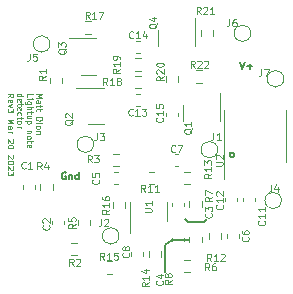
<source format=gbr>
%TF.GenerationSoftware,KiCad,Pcbnew,(6.0.1)*%
%TF.CreationDate,2023-03-20T17:12:11-07:00*%
%TF.ProjectId,NoteDetector,4e6f7465-4465-4746-9563-746f722e6b69,rev?*%
%TF.SameCoordinates,Original*%
%TF.FileFunction,Legend,Top*%
%TF.FilePolarity,Positive*%
%FSLAX46Y46*%
G04 Gerber Fmt 4.6, Leading zero omitted, Abs format (unit mm)*
G04 Created by KiCad (PCBNEW (6.0.1)) date 2023-03-20 17:12:11*
%MOMM*%
%LPD*%
G01*
G04 APERTURE LIST*
%ADD10C,0.150000*%
%ADD11C,0.100000*%
%ADD12C,0.120000*%
G04 APERTURE END LIST*
D10*
X5100000Y-6900000D02*
X4850000Y-7150000D01*
X1550000Y-9100000D02*
X1550000Y-11400000D01*
X2126384Y-8625000D02*
X3613884Y-8625000D01*
X7400000Y-1450000D02*
G75*
G03*
X7400000Y-1450000I-200000J0D01*
G01*
X2126384Y-8625000D02*
X1550000Y-9100000D01*
X4850000Y-7150000D02*
X3450000Y-7150000D01*
X3450000Y-7150000D02*
X3250000Y-6900000D01*
D11*
X-9368690Y3715952D02*
X-8868690Y3715952D01*
X-9225833Y3549285D01*
X-8868690Y3382619D01*
X-9368690Y3382619D01*
X-9368690Y2930238D02*
X-9106785Y2930238D01*
X-9059166Y2954047D01*
X-9035357Y3001666D01*
X-9035357Y3096904D01*
X-9059166Y3144523D01*
X-9344880Y2930238D02*
X-9368690Y2977857D01*
X-9368690Y3096904D01*
X-9344880Y3144523D01*
X-9297261Y3168333D01*
X-9249642Y3168333D01*
X-9202023Y3144523D01*
X-9178214Y3096904D01*
X-9178214Y2977857D01*
X-9154404Y2930238D01*
X-9035357Y2763571D02*
X-9035357Y2573095D01*
X-8868690Y2692142D02*
X-9297261Y2692142D01*
X-9344880Y2668333D01*
X-9368690Y2620714D01*
X-9368690Y2573095D01*
X-9035357Y2477857D02*
X-9035357Y2287380D01*
X-8868690Y2406428D02*
X-9297261Y2406428D01*
X-9344880Y2382619D01*
X-9368690Y2335000D01*
X-9368690Y2287380D01*
X-9368690Y1739761D02*
X-8868690Y1739761D01*
X-8868690Y1620714D01*
X-8892500Y1549285D01*
X-8940119Y1501666D01*
X-8987738Y1477857D01*
X-9082976Y1454047D01*
X-9154404Y1454047D01*
X-9249642Y1477857D01*
X-9297261Y1501666D01*
X-9344880Y1549285D01*
X-9368690Y1620714D01*
X-9368690Y1739761D01*
X-9368690Y1239761D02*
X-9035357Y1239761D01*
X-8868690Y1239761D02*
X-8892500Y1263571D01*
X-8916309Y1239761D01*
X-8892500Y1215952D01*
X-8868690Y1239761D01*
X-8916309Y1239761D01*
X-9368690Y930238D02*
X-9344880Y977857D01*
X-9321071Y1001666D01*
X-9273452Y1025476D01*
X-9130595Y1025476D01*
X-9082976Y1001666D01*
X-9059166Y977857D01*
X-9035357Y930238D01*
X-9035357Y858809D01*
X-9059166Y811190D01*
X-9082976Y787380D01*
X-9130595Y763571D01*
X-9273452Y763571D01*
X-9321071Y787380D01*
X-9344880Y811190D01*
X-9368690Y858809D01*
X-9368690Y930238D01*
X-9035357Y549285D02*
X-9368690Y549285D01*
X-9082976Y549285D02*
X-9059166Y525476D01*
X-9035357Y477857D01*
X-9035357Y406428D01*
X-9059166Y358809D01*
X-9106785Y335000D01*
X-9368690Y335000D01*
X-10173690Y3477857D02*
X-10173690Y3715952D01*
X-9673690Y3715952D01*
X-10173690Y3311190D02*
X-9840357Y3311190D01*
X-9673690Y3311190D02*
X-9697500Y3335000D01*
X-9721309Y3311190D01*
X-9697500Y3287380D01*
X-9673690Y3311190D01*
X-9721309Y3311190D01*
X-9840357Y2858809D02*
X-10245119Y2858809D01*
X-10292738Y2882619D01*
X-10316547Y2906428D01*
X-10340357Y2954047D01*
X-10340357Y3025476D01*
X-10316547Y3073095D01*
X-10149880Y2858809D02*
X-10173690Y2906428D01*
X-10173690Y3001666D01*
X-10149880Y3049285D01*
X-10126071Y3073095D01*
X-10078452Y3096904D01*
X-9935595Y3096904D01*
X-9887976Y3073095D01*
X-9864166Y3049285D01*
X-9840357Y3001666D01*
X-9840357Y2906428D01*
X-9864166Y2858809D01*
X-10173690Y2620714D02*
X-9673690Y2620714D01*
X-10173690Y2406428D02*
X-9911785Y2406428D01*
X-9864166Y2430238D01*
X-9840357Y2477857D01*
X-9840357Y2549285D01*
X-9864166Y2596904D01*
X-9887976Y2620714D01*
X-9840357Y2239761D02*
X-9840357Y2049285D01*
X-9673690Y2168333D02*
X-10102261Y2168333D01*
X-10149880Y2144523D01*
X-10173690Y2096904D01*
X-10173690Y2049285D01*
X-9840357Y1668333D02*
X-10173690Y1668333D01*
X-9840357Y1882619D02*
X-10102261Y1882619D01*
X-10149880Y1858809D01*
X-10173690Y1811190D01*
X-10173690Y1739761D01*
X-10149880Y1692142D01*
X-10126071Y1668333D01*
X-9840357Y1430238D02*
X-10340357Y1430238D01*
X-9864166Y1430238D02*
X-9840357Y1382619D01*
X-9840357Y1287380D01*
X-9864166Y1239761D01*
X-9887976Y1215952D01*
X-9935595Y1192142D01*
X-10078452Y1192142D01*
X-10126071Y1215952D01*
X-10149880Y1239761D01*
X-10173690Y1287380D01*
X-10173690Y1382619D01*
X-10149880Y1430238D01*
X-9840357Y596904D02*
X-10173690Y596904D01*
X-9887976Y596904D02*
X-9864166Y573095D01*
X-9840357Y525476D01*
X-9840357Y454047D01*
X-9864166Y406428D01*
X-9911785Y382619D01*
X-10173690Y382619D01*
X-10173690Y73095D02*
X-10149880Y120714D01*
X-10126071Y144523D01*
X-10078452Y168333D01*
X-9935595Y168333D01*
X-9887976Y144523D01*
X-9864166Y120714D01*
X-9840357Y73095D01*
X-9840357Y1666D01*
X-9864166Y-45952D01*
X-9887976Y-69761D01*
X-9935595Y-93571D01*
X-10078452Y-93571D01*
X-10126071Y-69761D01*
X-10149880Y-45952D01*
X-10173690Y1666D01*
X-10173690Y73095D01*
X-9840357Y-236428D02*
X-9840357Y-426904D01*
X-9673690Y-307857D02*
X-10102261Y-307857D01*
X-10149880Y-331666D01*
X-10173690Y-379285D01*
X-10173690Y-426904D01*
X-10149880Y-784047D02*
X-10173690Y-736428D01*
X-10173690Y-641190D01*
X-10149880Y-593571D01*
X-10102261Y-569761D01*
X-9911785Y-569761D01*
X-9864166Y-593571D01*
X-9840357Y-641190D01*
X-9840357Y-736428D01*
X-9864166Y-784047D01*
X-9911785Y-807857D01*
X-9959404Y-807857D01*
X-10007023Y-569761D01*
X-10978690Y3501666D02*
X-10478690Y3501666D01*
X-10954880Y3501666D02*
X-10978690Y3549285D01*
X-10978690Y3644523D01*
X-10954880Y3692142D01*
X-10931071Y3715952D01*
X-10883452Y3739761D01*
X-10740595Y3739761D01*
X-10692976Y3715952D01*
X-10669166Y3692142D01*
X-10645357Y3644523D01*
X-10645357Y3549285D01*
X-10669166Y3501666D01*
X-10954880Y3073095D02*
X-10978690Y3120714D01*
X-10978690Y3215952D01*
X-10954880Y3263571D01*
X-10907261Y3287380D01*
X-10716785Y3287380D01*
X-10669166Y3263571D01*
X-10645357Y3215952D01*
X-10645357Y3120714D01*
X-10669166Y3073095D01*
X-10716785Y3049285D01*
X-10764404Y3049285D01*
X-10812023Y3287380D01*
X-10645357Y2906428D02*
X-10645357Y2715952D01*
X-10478690Y2835000D02*
X-10907261Y2835000D01*
X-10954880Y2811190D01*
X-10978690Y2763571D01*
X-10978690Y2715952D01*
X-10954880Y2358809D02*
X-10978690Y2406428D01*
X-10978690Y2501666D01*
X-10954880Y2549285D01*
X-10907261Y2573095D01*
X-10716785Y2573095D01*
X-10669166Y2549285D01*
X-10645357Y2501666D01*
X-10645357Y2406428D01*
X-10669166Y2358809D01*
X-10716785Y2335000D01*
X-10764404Y2335000D01*
X-10812023Y2573095D01*
X-10954880Y1906428D02*
X-10978690Y1954047D01*
X-10978690Y2049285D01*
X-10954880Y2096904D01*
X-10931071Y2120714D01*
X-10883452Y2144523D01*
X-10740595Y2144523D01*
X-10692976Y2120714D01*
X-10669166Y2096904D01*
X-10645357Y2049285D01*
X-10645357Y1954047D01*
X-10669166Y1906428D01*
X-10645357Y1763571D02*
X-10645357Y1573095D01*
X-10478690Y1692142D02*
X-10907261Y1692142D01*
X-10954880Y1668333D01*
X-10978690Y1620714D01*
X-10978690Y1573095D01*
X-10978690Y1335000D02*
X-10954880Y1382619D01*
X-10931071Y1406428D01*
X-10883452Y1430238D01*
X-10740595Y1430238D01*
X-10692976Y1406428D01*
X-10669166Y1382619D01*
X-10645357Y1335000D01*
X-10645357Y1263571D01*
X-10669166Y1215952D01*
X-10692976Y1192142D01*
X-10740595Y1168333D01*
X-10883452Y1168333D01*
X-10931071Y1192142D01*
X-10954880Y1215952D01*
X-10978690Y1263571D01*
X-10978690Y1335000D01*
X-10978690Y954047D02*
X-10645357Y954047D01*
X-10740595Y954047D02*
X-10692976Y930238D01*
X-10669166Y906428D01*
X-10645357Y858809D01*
X-10645357Y811190D01*
X-11783690Y3430238D02*
X-11545595Y3596904D01*
X-11783690Y3715952D02*
X-11283690Y3715952D01*
X-11283690Y3525476D01*
X-11307500Y3477857D01*
X-11331309Y3454047D01*
X-11378928Y3430238D01*
X-11450357Y3430238D01*
X-11497976Y3454047D01*
X-11521785Y3477857D01*
X-11545595Y3525476D01*
X-11545595Y3715952D01*
X-11759880Y3025476D02*
X-11783690Y3073095D01*
X-11783690Y3168333D01*
X-11759880Y3215952D01*
X-11712261Y3239761D01*
X-11521785Y3239761D01*
X-11474166Y3215952D01*
X-11450357Y3168333D01*
X-11450357Y3073095D01*
X-11474166Y3025476D01*
X-11521785Y3001666D01*
X-11569404Y3001666D01*
X-11617023Y3239761D01*
X-11450357Y2835000D02*
X-11783690Y2715952D01*
X-11450357Y2596904D01*
X-11283690Y2454047D02*
X-11283690Y2144523D01*
X-11474166Y2311190D01*
X-11474166Y2239761D01*
X-11497976Y2192142D01*
X-11521785Y2168333D01*
X-11569404Y2144523D01*
X-11688452Y2144523D01*
X-11736071Y2168333D01*
X-11759880Y2192142D01*
X-11783690Y2239761D01*
X-11783690Y2382619D01*
X-11759880Y2430238D01*
X-11736071Y2454047D01*
X-11783690Y1549285D02*
X-11283690Y1549285D01*
X-11640833Y1382619D01*
X-11283690Y1215952D01*
X-11783690Y1215952D01*
X-11783690Y763571D02*
X-11521785Y763571D01*
X-11474166Y787380D01*
X-11450357Y835000D01*
X-11450357Y930238D01*
X-11474166Y977857D01*
X-11759880Y763571D02*
X-11783690Y811190D01*
X-11783690Y930238D01*
X-11759880Y977857D01*
X-11712261Y1001666D01*
X-11664642Y1001666D01*
X-11617023Y977857D01*
X-11593214Y930238D01*
X-11593214Y811190D01*
X-11569404Y763571D01*
X-11783690Y525476D02*
X-11450357Y525476D01*
X-11545595Y525476D02*
X-11497976Y501666D01*
X-11474166Y477857D01*
X-11450357Y430238D01*
X-11450357Y382619D01*
X-11331309Y-141190D02*
X-11307500Y-165000D01*
X-11283690Y-212619D01*
X-11283690Y-331666D01*
X-11307500Y-379285D01*
X-11331309Y-403095D01*
X-11378928Y-426904D01*
X-11426547Y-426904D01*
X-11497976Y-403095D01*
X-11783690Y-117380D01*
X-11783690Y-426904D01*
X-11283690Y-736428D02*
X-11283690Y-784047D01*
X-11307500Y-831666D01*
X-11331309Y-855476D01*
X-11378928Y-879285D01*
X-11474166Y-903095D01*
X-11593214Y-903095D01*
X-11688452Y-879285D01*
X-11736071Y-855476D01*
X-11759880Y-831666D01*
X-11783690Y-784047D01*
X-11783690Y-736428D01*
X-11759880Y-688809D01*
X-11736071Y-665000D01*
X-11688452Y-641190D01*
X-11593214Y-617380D01*
X-11474166Y-617380D01*
X-11378928Y-641190D01*
X-11331309Y-665000D01*
X-11307500Y-688809D01*
X-11283690Y-736428D01*
X-11331309Y-1474523D02*
X-11307500Y-1498333D01*
X-11283690Y-1545952D01*
X-11283690Y-1664999D01*
X-11307500Y-1712619D01*
X-11331309Y-1736428D01*
X-11378928Y-1760238D01*
X-11426547Y-1760238D01*
X-11497976Y-1736428D01*
X-11783690Y-1450714D01*
X-11783690Y-1760238D01*
X-11283690Y-2069761D02*
X-11283690Y-2117380D01*
X-11307500Y-2164999D01*
X-11331309Y-2188809D01*
X-11378928Y-2212619D01*
X-11474166Y-2236428D01*
X-11593214Y-2236428D01*
X-11688452Y-2212619D01*
X-11736071Y-2188809D01*
X-11759880Y-2164999D01*
X-11783690Y-2117380D01*
X-11783690Y-2069761D01*
X-11759880Y-2022142D01*
X-11736071Y-1998333D01*
X-11688452Y-1974523D01*
X-11593214Y-1950714D01*
X-11474166Y-1950714D01*
X-11378928Y-1974523D01*
X-11331309Y-1998333D01*
X-11307500Y-2022142D01*
X-11283690Y-2069761D01*
X-11331309Y-2426904D02*
X-11307500Y-2450714D01*
X-11283690Y-2498333D01*
X-11283690Y-2617380D01*
X-11307500Y-2664999D01*
X-11331309Y-2688809D01*
X-11378928Y-2712619D01*
X-11426547Y-2712619D01*
X-11497976Y-2688809D01*
X-11783690Y-2403095D01*
X-11783690Y-2712619D01*
X-11283690Y-2879285D02*
X-11283690Y-3188809D01*
X-11474166Y-3022142D01*
X-11474166Y-3093571D01*
X-11497976Y-3141190D01*
X-11521785Y-3164999D01*
X-11569404Y-3188809D01*
X-11688452Y-3188809D01*
X-11736071Y-3164999D01*
X-11759880Y-3141190D01*
X-11783690Y-3093571D01*
X-11783690Y-2950714D01*
X-11759880Y-2903095D01*
X-11736071Y-2879285D01*
D10*
X7878571Y6428571D02*
X8078571Y5828571D01*
X8278571Y6428571D01*
X8478571Y6057142D02*
X8935714Y6057142D01*
X8707142Y5828571D02*
X8707142Y6285714D01*
X-6835714Y-2950000D02*
X-6892857Y-2921428D01*
X-6978571Y-2921428D01*
X-7064285Y-2950000D01*
X-7121428Y-3007142D01*
X-7150000Y-3064285D01*
X-7178571Y-3178571D01*
X-7178571Y-3264285D01*
X-7150000Y-3378571D01*
X-7121428Y-3435714D01*
X-7064285Y-3492857D01*
X-6978571Y-3521428D01*
X-6921428Y-3521428D01*
X-6835714Y-3492857D01*
X-6807142Y-3464285D01*
X-6807142Y-3264285D01*
X-6921428Y-3264285D01*
X-6550000Y-3121428D02*
X-6550000Y-3521428D01*
X-6550000Y-3178571D02*
X-6521428Y-3150000D01*
X-6464285Y-3121428D01*
X-6378571Y-3121428D01*
X-6321428Y-3150000D01*
X-6292857Y-3207142D01*
X-6292857Y-3521428D01*
X-5750000Y-3521428D02*
X-5750000Y-2921428D01*
X-5750000Y-3492857D02*
X-5807142Y-3521428D01*
X-5921428Y-3521428D01*
X-5978571Y-3492857D01*
X-6007142Y-3464285D01*
X-6035714Y-3407142D01*
X-6035714Y-3235714D01*
X-6007142Y-3178571D01*
X-5978571Y-3150000D01*
X-5921428Y-3121428D01*
X-5807142Y-3121428D01*
X-5750000Y-3150000D01*
D11*
%TO.C,R7*%
X5521428Y-5000000D02*
X5235714Y-5200000D01*
X5521428Y-5342857D02*
X4921428Y-5342857D01*
X4921428Y-5114285D01*
X4950000Y-5057142D01*
X4978571Y-5028571D01*
X5035714Y-5000000D01*
X5121428Y-5000000D01*
X5178571Y-5028571D01*
X5207142Y-5057142D01*
X5235714Y-5114285D01*
X5235714Y-5342857D01*
X4921428Y-4800000D02*
X4921428Y-4400000D01*
X5521428Y-4657142D01*
%TO.C,C8*%
X-1535714Y-9750000D02*
X-1507142Y-9778571D01*
X-1478571Y-9864285D01*
X-1478571Y-9921428D01*
X-1507142Y-10007142D01*
X-1564285Y-10064285D01*
X-1621428Y-10092857D01*
X-1735714Y-10121428D01*
X-1821428Y-10121428D01*
X-1935714Y-10092857D01*
X-1992857Y-10064285D01*
X-2050000Y-10007142D01*
X-2078571Y-9921428D01*
X-2078571Y-9864285D01*
X-2050000Y-9778571D01*
X-2021428Y-9750000D01*
X-1821428Y-9407142D02*
X-1850000Y-9464285D01*
X-1878571Y-9492857D01*
X-1935714Y-9521428D01*
X-1964285Y-9521428D01*
X-2021428Y-9492857D01*
X-2050000Y-9464285D01*
X-2078571Y-9407142D01*
X-2078571Y-9292857D01*
X-2050000Y-9235714D01*
X-2021428Y-9207142D01*
X-1964285Y-9178571D01*
X-1935714Y-9178571D01*
X-1878571Y-9207142D01*
X-1850000Y-9235714D01*
X-1821428Y-9292857D01*
X-1821428Y-9407142D01*
X-1792857Y-9464285D01*
X-1764285Y-9492857D01*
X-1707142Y-9521428D01*
X-1592857Y-9521428D01*
X-1535714Y-9492857D01*
X-1507142Y-9464285D01*
X-1478571Y-9407142D01*
X-1478571Y-9292857D01*
X-1507142Y-9235714D01*
X-1535714Y-9207142D01*
X-1592857Y-9178571D01*
X-1707142Y-9178571D01*
X-1764285Y-9207142D01*
X-1792857Y-9235714D01*
X-1821428Y-9292857D01*
%TO.C,R11*%
X-135714Y-4571428D02*
X-335714Y-4285714D01*
X-478571Y-4571428D02*
X-478571Y-3971428D01*
X-249999Y-3971428D01*
X-192857Y-4000000D01*
X-164285Y-4028571D01*
X-135714Y-4085714D01*
X-135714Y-4171428D01*
X-164285Y-4228571D01*
X-192857Y-4257142D01*
X-249999Y-4285714D01*
X-478571Y-4285714D01*
X435714Y-4571428D02*
X92857Y-4571428D01*
X264285Y-4571428D02*
X264285Y-3971428D01*
X207142Y-4057142D01*
X150000Y-4114285D01*
X92857Y-4142857D01*
X1007142Y-4571428D02*
X664285Y-4571428D01*
X835714Y-4571428D02*
X835714Y-3971428D01*
X778571Y-4057142D01*
X721428Y-4114285D01*
X664285Y-4142857D01*
%TO.C,R20*%
X1421428Y5214285D02*
X1135714Y5014285D01*
X1421428Y4871428D02*
X821428Y4871428D01*
X821428Y5100000D01*
X850000Y5157142D01*
X878571Y5185714D01*
X935714Y5214285D01*
X1021428Y5214285D01*
X1078571Y5185714D01*
X1107142Y5157142D01*
X1135714Y5100000D01*
X1135714Y4871428D01*
X878571Y5442857D02*
X850000Y5471428D01*
X821428Y5528571D01*
X821428Y5671428D01*
X850000Y5728571D01*
X878571Y5757142D01*
X935714Y5785714D01*
X992857Y5785714D01*
X1078571Y5757142D01*
X1421428Y5414285D01*
X1421428Y5785714D01*
X821428Y6157142D02*
X821428Y6214285D01*
X850000Y6271428D01*
X878571Y6300000D01*
X935714Y6328571D01*
X1050000Y6357142D01*
X1192857Y6357142D01*
X1307142Y6328571D01*
X1364285Y6300000D01*
X1392857Y6271428D01*
X1421428Y6214285D01*
X1421428Y6157142D01*
X1392857Y6100000D01*
X1364285Y6071428D01*
X1307142Y6042857D01*
X1192857Y6014285D01*
X1050000Y6014285D01*
X935714Y6042857D01*
X878571Y6071428D01*
X850000Y6100000D01*
X821428Y6157142D01*
%TO.C,R16*%
X-3178571Y-6085714D02*
X-3464285Y-6285714D01*
X-3178571Y-6428571D02*
X-3778571Y-6428571D01*
X-3778571Y-6200000D01*
X-3750000Y-6142857D01*
X-3721428Y-6114285D01*
X-3664285Y-6085714D01*
X-3578571Y-6085714D01*
X-3521428Y-6114285D01*
X-3492857Y-6142857D01*
X-3464285Y-6200000D01*
X-3464285Y-6428571D01*
X-3178571Y-5514285D02*
X-3178571Y-5857142D01*
X-3178571Y-5685714D02*
X-3778571Y-5685714D01*
X-3692857Y-5742857D01*
X-3635714Y-5799999D01*
X-3607142Y-5857142D01*
X-3778571Y-5000000D02*
X-3778571Y-5114285D01*
X-3750000Y-5171428D01*
X-3721428Y-5200000D01*
X-3635714Y-5257142D01*
X-3521428Y-5285714D01*
X-3292857Y-5285714D01*
X-3235714Y-5257142D01*
X-3207142Y-5228571D01*
X-3178571Y-5171428D01*
X-3178571Y-5057142D01*
X-3207142Y-5000000D01*
X-3235714Y-4971428D01*
X-3292857Y-4942857D01*
X-3435714Y-4942857D01*
X-3492857Y-4971428D01*
X-3521428Y-5000000D01*
X-3550000Y-5057142D01*
X-3550000Y-5171428D01*
X-3521428Y-5228571D01*
X-3492857Y-5257142D01*
X-3435714Y-5285714D01*
%TO.C,C1*%
X-10261384Y-2564285D02*
X-10289955Y-2592857D01*
X-10375669Y-2621428D01*
X-10432812Y-2621428D01*
X-10518526Y-2592857D01*
X-10575669Y-2535714D01*
X-10604241Y-2478571D01*
X-10632812Y-2364285D01*
X-10632812Y-2278571D01*
X-10604241Y-2164285D01*
X-10575669Y-2107142D01*
X-10518526Y-2050000D01*
X-10432812Y-2021428D01*
X-10375669Y-2021428D01*
X-10289955Y-2050000D01*
X-10261384Y-2078571D01*
X-9689955Y-2621428D02*
X-10032812Y-2621428D01*
X-9861384Y-2621428D02*
X-9861384Y-2021428D01*
X-9918526Y-2107142D01*
X-9975669Y-2164285D01*
X-10032812Y-2192857D01*
%TO.C,J2*%
X-3850000Y-6871428D02*
X-3850000Y-7300000D01*
X-3878571Y-7385714D01*
X-3935714Y-7442857D01*
X-4021428Y-7471428D01*
X-4078571Y-7471428D01*
X-3592857Y-6928571D02*
X-3564285Y-6900000D01*
X-3507142Y-6871428D01*
X-3364285Y-6871428D01*
X-3307142Y-6900000D01*
X-3278571Y-6928571D01*
X-3250000Y-6985714D01*
X-3250000Y-7042857D01*
X-3278571Y-7128571D01*
X-3621428Y-7471428D01*
X-3250000Y-7471428D01*
%TO.C,C5*%
X-4085714Y-3550000D02*
X-4057142Y-3578571D01*
X-4028571Y-3664285D01*
X-4028571Y-3721428D01*
X-4057142Y-3807142D01*
X-4114285Y-3864285D01*
X-4171428Y-3892857D01*
X-4285714Y-3921428D01*
X-4371428Y-3921428D01*
X-4485714Y-3892857D01*
X-4542857Y-3864285D01*
X-4600000Y-3807142D01*
X-4628571Y-3721428D01*
X-4628571Y-3664285D01*
X-4600000Y-3578571D01*
X-4571428Y-3550000D01*
X-4628571Y-3007142D02*
X-4628571Y-3292857D01*
X-4342857Y-3321428D01*
X-4371428Y-3292857D01*
X-4400000Y-3235714D01*
X-4400000Y-3092857D01*
X-4371428Y-3035714D01*
X-4342857Y-3007142D01*
X-4285714Y-2978571D01*
X-4142857Y-2978571D01*
X-4085714Y-3007142D01*
X-4057142Y-3035714D01*
X-4028571Y-3092857D01*
X-4028571Y-3235714D01*
X-4057142Y-3292857D01*
X-4085714Y-3321428D01*
%TO.C,R12*%
X5464285Y-10421428D02*
X5264285Y-10135714D01*
X5121428Y-10421428D02*
X5121428Y-9821428D01*
X5350000Y-9821428D01*
X5407142Y-9850000D01*
X5435714Y-9878571D01*
X5464285Y-9935714D01*
X5464285Y-10021428D01*
X5435714Y-10078571D01*
X5407142Y-10107142D01*
X5350000Y-10135714D01*
X5121428Y-10135714D01*
X6035714Y-10421428D02*
X5692857Y-10421428D01*
X5864285Y-10421428D02*
X5864285Y-9821428D01*
X5807142Y-9907142D01*
X5750000Y-9964285D01*
X5692857Y-9992857D01*
X6264285Y-9878571D02*
X6292857Y-9850000D01*
X6350000Y-9821428D01*
X6492857Y-9821428D01*
X6550000Y-9850000D01*
X6578571Y-9878571D01*
X6607142Y-9935714D01*
X6607142Y-9992857D01*
X6578571Y-10078571D01*
X6235714Y-10421428D01*
X6607142Y-10421428D01*
%TO.C,J1*%
X5650000Y428571D02*
X5650000Y0D01*
X5621428Y-85714D01*
X5564285Y-142857D01*
X5478571Y-171428D01*
X5421428Y-171428D01*
X6250000Y-171428D02*
X5907142Y-171428D01*
X6078571Y-171428D02*
X6078571Y428571D01*
X6021428Y342857D01*
X5964285Y285714D01*
X5907142Y257142D01*
%TO.C,C12*%
X6414285Y-5685714D02*
X6442857Y-5714285D01*
X6471428Y-5799999D01*
X6471428Y-5857142D01*
X6442857Y-5942857D01*
X6385714Y-5999999D01*
X6328571Y-6028571D01*
X6214285Y-6057142D01*
X6128571Y-6057142D01*
X6014285Y-6028571D01*
X5957142Y-5999999D01*
X5900000Y-5942857D01*
X5871428Y-5857142D01*
X5871428Y-5799999D01*
X5900000Y-5714285D01*
X5928571Y-5685714D01*
X6471428Y-5114285D02*
X6471428Y-5457142D01*
X6471428Y-5285714D02*
X5871428Y-5285714D01*
X5957142Y-5342857D01*
X6014285Y-5400000D01*
X6042857Y-5457142D01*
X5928571Y-4885714D02*
X5900000Y-4857142D01*
X5871428Y-4800000D01*
X5871428Y-4657142D01*
X5900000Y-4600000D01*
X5928571Y-4571428D01*
X5985714Y-4542857D01*
X6042857Y-4542857D01*
X6128571Y-4571428D01*
X6471428Y-4914285D01*
X6471428Y-4542857D01*
%TO.C,R17*%
X-4835714Y10078571D02*
X-5035714Y10364285D01*
X-5178571Y10078571D02*
X-5178571Y10678571D01*
X-4950000Y10678571D01*
X-4892857Y10650000D01*
X-4864285Y10621428D01*
X-4835714Y10564285D01*
X-4835714Y10478571D01*
X-4864285Y10421428D01*
X-4892857Y10392857D01*
X-4950000Y10364285D01*
X-5178571Y10364285D01*
X-4264285Y10078571D02*
X-4607142Y10078571D01*
X-4435714Y10078571D02*
X-4435714Y10678571D01*
X-4492857Y10592857D01*
X-4550000Y10535714D01*
X-4607142Y10507142D01*
X-4064285Y10678571D02*
X-3664285Y10678571D01*
X-3921428Y10078571D01*
%TO.C,R14*%
X171428Y-12235714D02*
X-114285Y-12435714D01*
X171428Y-12578571D02*
X-428571Y-12578571D01*
X-428571Y-12350000D01*
X-400000Y-12292857D01*
X-371428Y-12264285D01*
X-314285Y-12235714D01*
X-228571Y-12235714D01*
X-171428Y-12264285D01*
X-142857Y-12292857D01*
X-114285Y-12350000D01*
X-114285Y-12578571D01*
X171428Y-11664285D02*
X171428Y-12007142D01*
X171428Y-11835714D02*
X-428571Y-11835714D01*
X-342857Y-11892857D01*
X-285714Y-11950000D01*
X-257142Y-12007142D01*
X-228571Y-11150000D02*
X171428Y-11150000D01*
X-457142Y-11292857D02*
X-28571Y-11435714D01*
X-28571Y-11064285D01*
%TO.C,C7*%
X2413616Y-1164285D02*
X2385044Y-1192857D01*
X2299330Y-1221428D01*
X2242187Y-1221428D01*
X2156473Y-1192857D01*
X2099330Y-1135714D01*
X2070758Y-1078571D01*
X2042187Y-964285D01*
X2042187Y-878571D01*
X2070758Y-764285D01*
X2099330Y-707142D01*
X2156473Y-650000D01*
X2242187Y-621428D01*
X2299330Y-621428D01*
X2385044Y-650000D01*
X2413616Y-678571D01*
X2613616Y-621428D02*
X3013616Y-621428D01*
X2756473Y-1221428D01*
%TO.C,R15*%
X-3585714Y-10321428D02*
X-3785714Y-10035714D01*
X-3928571Y-10321428D02*
X-3928571Y-9721428D01*
X-3700000Y-9721428D01*
X-3642857Y-9750000D01*
X-3614285Y-9778571D01*
X-3585714Y-9835714D01*
X-3585714Y-9921428D01*
X-3614285Y-9978571D01*
X-3642857Y-10007142D01*
X-3700000Y-10035714D01*
X-3928571Y-10035714D01*
X-3014285Y-10321428D02*
X-3357142Y-10321428D01*
X-3185714Y-10321428D02*
X-3185714Y-9721428D01*
X-3242857Y-9807142D01*
X-3300000Y-9864285D01*
X-3357142Y-9892857D01*
X-2471428Y-9721428D02*
X-2757142Y-9721428D01*
X-2785714Y-10007142D01*
X-2757142Y-9978571D01*
X-2700000Y-9950000D01*
X-2557142Y-9950000D01*
X-2500000Y-9978571D01*
X-2471428Y-10007142D01*
X-2442857Y-10064285D01*
X-2442857Y-10207142D01*
X-2471428Y-10264285D01*
X-2500000Y-10292857D01*
X-2557142Y-10321428D01*
X-2700000Y-10321428D01*
X-2757142Y-10292857D01*
X-2785714Y-10264285D01*
%TO.C,R18*%
X-3335714Y4478571D02*
X-3535714Y4764285D01*
X-3678571Y4478571D02*
X-3678571Y5078571D01*
X-3450000Y5078571D01*
X-3392857Y5050000D01*
X-3364285Y5021428D01*
X-3335714Y4964285D01*
X-3335714Y4878571D01*
X-3364285Y4821428D01*
X-3392857Y4792857D01*
X-3450000Y4764285D01*
X-3678571Y4764285D01*
X-2764285Y4478571D02*
X-3107142Y4478571D01*
X-2935714Y4478571D02*
X-2935714Y5078571D01*
X-2992857Y4992857D01*
X-3050000Y4935714D01*
X-3107142Y4907142D01*
X-2421428Y4821428D02*
X-2478571Y4850000D01*
X-2507142Y4878571D01*
X-2535714Y4935714D01*
X-2535714Y4964285D01*
X-2507142Y5021428D01*
X-2478571Y5050000D01*
X-2421428Y5078571D01*
X-2307142Y5078571D01*
X-2250000Y5050000D01*
X-2221428Y5021428D01*
X-2192857Y4964285D01*
X-2192857Y4935714D01*
X-2221428Y4878571D01*
X-2250000Y4850000D01*
X-2307142Y4821428D01*
X-2421428Y4821428D01*
X-2478571Y4792857D01*
X-2507142Y4764285D01*
X-2535714Y4707142D01*
X-2535714Y4592857D01*
X-2507142Y4535714D01*
X-2478571Y4507142D01*
X-2421428Y4478571D01*
X-2307142Y4478571D01*
X-2250000Y4507142D01*
X-2221428Y4535714D01*
X-2192857Y4592857D01*
X-2192857Y4707142D01*
X-2221428Y4764285D01*
X-2250000Y4792857D01*
X-2307142Y4821428D01*
%TO.C,C14*%
X-1135714Y8485714D02*
X-1164285Y8457142D01*
X-1250000Y8428571D01*
X-1307142Y8428571D01*
X-1392857Y8457142D01*
X-1450000Y8514285D01*
X-1478571Y8571428D01*
X-1507142Y8685714D01*
X-1507142Y8771428D01*
X-1478571Y8885714D01*
X-1450000Y8942857D01*
X-1392857Y9000000D01*
X-1307142Y9028571D01*
X-1250000Y9028571D01*
X-1164285Y9000000D01*
X-1135714Y8971428D01*
X-564285Y8428571D02*
X-907142Y8428571D01*
X-735714Y8428571D02*
X-735714Y9028571D01*
X-792857Y8942857D01*
X-850000Y8885714D01*
X-907142Y8857142D01*
X-50000Y8828571D02*
X-50000Y8428571D01*
X-192857Y9057142D02*
X-335714Y8628571D01*
X35714Y8628571D01*
%TO.C,C11*%
X9964285Y-7035714D02*
X9992857Y-7064285D01*
X10021428Y-7150000D01*
X10021428Y-7207142D01*
X9992857Y-7292857D01*
X9935714Y-7350000D01*
X9878571Y-7378571D01*
X9764285Y-7407142D01*
X9678571Y-7407142D01*
X9564285Y-7378571D01*
X9507142Y-7350000D01*
X9450000Y-7292857D01*
X9421428Y-7207142D01*
X9421428Y-7150000D01*
X9450000Y-7064285D01*
X9478571Y-7035714D01*
X10021428Y-6464285D02*
X10021428Y-6807142D01*
X10021428Y-6635714D02*
X9421428Y-6635714D01*
X9507142Y-6692857D01*
X9564285Y-6750000D01*
X9592857Y-6807142D01*
X10021428Y-5892857D02*
X10021428Y-6235714D01*
X10021428Y-6064285D02*
X9421428Y-6064285D01*
X9507142Y-6121428D01*
X9564285Y-6178571D01*
X9592857Y-6235714D01*
%TO.C,R5*%
X-6028571Y-7300000D02*
X-6314285Y-7500000D01*
X-6028571Y-7642857D02*
X-6628571Y-7642857D01*
X-6628571Y-7414285D01*
X-6600000Y-7357142D01*
X-6571428Y-7328571D01*
X-6514285Y-7300000D01*
X-6428571Y-7300000D01*
X-6371428Y-7328571D01*
X-6342857Y-7357142D01*
X-6314285Y-7414285D01*
X-6314285Y-7642857D01*
X-6628571Y-6757142D02*
X-6628571Y-7042857D01*
X-6342857Y-7071428D01*
X-6371428Y-7042857D01*
X-6400000Y-6985714D01*
X-6400000Y-6842857D01*
X-6371428Y-6785714D01*
X-6342857Y-6757142D01*
X-6285714Y-6728571D01*
X-6142857Y-6728571D01*
X-6085714Y-6757142D01*
X-6057142Y-6785714D01*
X-6028571Y-6842857D01*
X-6028571Y-6985714D01*
X-6057142Y-7042857D01*
X-6085714Y-7071428D01*
%TO.C,R22*%
X4064285Y5928571D02*
X3864285Y6214285D01*
X3721428Y5928571D02*
X3721428Y6528571D01*
X3950000Y6528571D01*
X4007142Y6500000D01*
X4035714Y6471428D01*
X4064285Y6414285D01*
X4064285Y6328571D01*
X4035714Y6271428D01*
X4007142Y6242857D01*
X3950000Y6214285D01*
X3721428Y6214285D01*
X4292857Y6471428D02*
X4321428Y6500000D01*
X4378571Y6528571D01*
X4521428Y6528571D01*
X4578571Y6500000D01*
X4607142Y6471428D01*
X4635714Y6414285D01*
X4635714Y6357142D01*
X4607142Y6271428D01*
X4264285Y5928571D01*
X4635714Y5928571D01*
X4864285Y6471428D02*
X4892857Y6500000D01*
X4950000Y6528571D01*
X5092857Y6528571D01*
X5150000Y6500000D01*
X5178571Y6471428D01*
X5207142Y6414285D01*
X5207142Y6357142D01*
X5178571Y6271428D01*
X4835714Y5928571D01*
X5207142Y5928571D01*
%TO.C,R4*%
X-8911384Y-2671428D02*
X-9111384Y-2385714D01*
X-9254241Y-2671428D02*
X-9254241Y-2071428D01*
X-9025669Y-2071428D01*
X-8968526Y-2100000D01*
X-8939955Y-2128571D01*
X-8911384Y-2185714D01*
X-8911384Y-2271428D01*
X-8939955Y-2328571D01*
X-8968526Y-2357142D01*
X-9025669Y-2385714D01*
X-9254241Y-2385714D01*
X-8397098Y-2271428D02*
X-8397098Y-2671428D01*
X-8539955Y-2042857D02*
X-8682812Y-2471428D01*
X-8311384Y-2471428D01*
%TO.C,C2*%
X-8285714Y-7400000D02*
X-8257142Y-7428571D01*
X-8228571Y-7514285D01*
X-8228571Y-7571428D01*
X-8257142Y-7657142D01*
X-8314285Y-7714285D01*
X-8371428Y-7742857D01*
X-8485714Y-7771428D01*
X-8571428Y-7771428D01*
X-8685714Y-7742857D01*
X-8742857Y-7714285D01*
X-8800000Y-7657142D01*
X-8828571Y-7571428D01*
X-8828571Y-7514285D01*
X-8800000Y-7428571D01*
X-8771428Y-7400000D01*
X-8771428Y-7171428D02*
X-8800000Y-7142857D01*
X-8828571Y-7085714D01*
X-8828571Y-6942857D01*
X-8800000Y-6885714D01*
X-8771428Y-6857142D01*
X-8714285Y-6828571D01*
X-8657142Y-6828571D01*
X-8571428Y-6857142D01*
X-8228571Y-7200000D01*
X-8228571Y-6828571D01*
%TO.C,R3*%
X-4650000Y-2071428D02*
X-4850000Y-1785714D01*
X-4992857Y-2071428D02*
X-4992857Y-1471428D01*
X-4764285Y-1471428D01*
X-4707142Y-1500000D01*
X-4678571Y-1528571D01*
X-4650000Y-1585714D01*
X-4650000Y-1671428D01*
X-4678571Y-1728571D01*
X-4707142Y-1757142D01*
X-4764285Y-1785714D01*
X-4992857Y-1785714D01*
X-4450000Y-1471428D02*
X-4078571Y-1471428D01*
X-4278571Y-1700000D01*
X-4192857Y-1700000D01*
X-4135714Y-1728571D01*
X-4107142Y-1757142D01*
X-4078571Y-1814285D01*
X-4078571Y-1957142D01*
X-4107142Y-2014285D01*
X-4135714Y-2042857D01*
X-4192857Y-2071428D01*
X-4364285Y-2071428D01*
X-4421428Y-2042857D01*
X-4450000Y-2014285D01*
%TO.C,J3*%
X-4200000Y378571D02*
X-4200000Y-50000D01*
X-4228571Y-135714D01*
X-4285714Y-192857D01*
X-4371428Y-221428D01*
X-4428571Y-221428D01*
X-3971428Y378571D02*
X-3600000Y378571D01*
X-3800000Y150000D01*
X-3714285Y150000D01*
X-3657142Y121428D01*
X-3628571Y92857D01*
X-3600000Y35714D01*
X-3600000Y-107142D01*
X-3628571Y-164285D01*
X-3657142Y-192857D01*
X-3714285Y-221428D01*
X-3885714Y-221428D01*
X-3942857Y-192857D01*
X-3971428Y-164285D01*
%TO.C,C15*%
X1314285Y1714285D02*
X1342857Y1685714D01*
X1371428Y1600000D01*
X1371428Y1542857D01*
X1342857Y1457142D01*
X1285714Y1400000D01*
X1228571Y1371428D01*
X1114285Y1342857D01*
X1028571Y1342857D01*
X914285Y1371428D01*
X857142Y1400000D01*
X800000Y1457142D01*
X771428Y1542857D01*
X771428Y1600000D01*
X800000Y1685714D01*
X828571Y1714285D01*
X1371428Y2285714D02*
X1371428Y1942857D01*
X1371428Y2114285D02*
X771428Y2114285D01*
X857142Y2057142D01*
X914285Y2000000D01*
X942857Y1942857D01*
X771428Y2828571D02*
X771428Y2542857D01*
X1057142Y2514285D01*
X1028571Y2542857D01*
X1000000Y2600000D01*
X1000000Y2742857D01*
X1028571Y2800000D01*
X1057142Y2828571D01*
X1114285Y2857142D01*
X1257142Y2857142D01*
X1314285Y2828571D01*
X1342857Y2800000D01*
X1371428Y2742857D01*
X1371428Y2600000D01*
X1342857Y2542857D01*
X1314285Y2514285D01*
%TO.C,Q4*%
X878571Y9692857D02*
X850000Y9635714D01*
X792857Y9578571D01*
X707142Y9492857D01*
X678571Y9435714D01*
X678571Y9378571D01*
X821428Y9407142D02*
X792857Y9350000D01*
X735714Y9292857D01*
X621428Y9264285D01*
X421428Y9264285D01*
X307142Y9292857D01*
X250000Y9350000D01*
X221428Y9407142D01*
X221428Y9521428D01*
X250000Y9578571D01*
X307142Y9635714D01*
X421428Y9664285D01*
X621428Y9664285D01*
X735714Y9635714D01*
X792857Y9578571D01*
X821428Y9521428D01*
X821428Y9407142D01*
X421428Y10178571D02*
X821428Y10178571D01*
X192857Y10035714D02*
X621428Y9892857D01*
X621428Y10264285D01*
%TO.C,C3*%
X5464285Y-6400000D02*
X5492857Y-6428571D01*
X5521428Y-6514285D01*
X5521428Y-6571428D01*
X5492857Y-6657142D01*
X5435714Y-6714285D01*
X5378571Y-6742857D01*
X5264285Y-6771428D01*
X5178571Y-6771428D01*
X5064285Y-6742857D01*
X5007142Y-6714285D01*
X4950000Y-6657142D01*
X4921428Y-6571428D01*
X4921428Y-6514285D01*
X4950000Y-6428571D01*
X4978571Y-6400000D01*
X4921428Y-6200000D02*
X4921428Y-5828571D01*
X5150000Y-6028571D01*
X5150000Y-5942857D01*
X5178571Y-5885714D01*
X5207142Y-5857142D01*
X5264285Y-5828571D01*
X5407142Y-5828571D01*
X5464285Y-5857142D01*
X5492857Y-5885714D01*
X5521428Y-5942857D01*
X5521428Y-6114285D01*
X5492857Y-6171428D01*
X5464285Y-6200000D01*
%TO.C,R19*%
X-2278571Y5814285D02*
X-2564285Y5614285D01*
X-2278571Y5471428D02*
X-2878571Y5471428D01*
X-2878571Y5700000D01*
X-2850000Y5757142D01*
X-2821428Y5785714D01*
X-2764285Y5814285D01*
X-2678571Y5814285D01*
X-2621428Y5785714D01*
X-2592857Y5757142D01*
X-2564285Y5700000D01*
X-2564285Y5471428D01*
X-2278571Y6385714D02*
X-2278571Y6042857D01*
X-2278571Y6214285D02*
X-2878571Y6214285D01*
X-2792857Y6157142D01*
X-2735714Y6100000D01*
X-2707142Y6042857D01*
X-2278571Y6671428D02*
X-2278571Y6785714D01*
X-2307142Y6842857D01*
X-2335714Y6871428D01*
X-2421428Y6928571D01*
X-2535714Y6957142D01*
X-2764285Y6957142D01*
X-2821428Y6928571D01*
X-2850000Y6900000D01*
X-2878571Y6842857D01*
X-2878571Y6728571D01*
X-2850000Y6671428D01*
X-2821428Y6642857D01*
X-2764285Y6614285D01*
X-2621428Y6614285D01*
X-2564285Y6642857D01*
X-2535714Y6671428D01*
X-2507142Y6728571D01*
X-2507142Y6842857D01*
X-2535714Y6900000D01*
X-2564285Y6928571D01*
X-2621428Y6957142D01*
%TO.C,R21*%
X4564285Y10478571D02*
X4364285Y10764285D01*
X4221428Y10478571D02*
X4221428Y11078571D01*
X4450000Y11078571D01*
X4507142Y11050000D01*
X4535714Y11021428D01*
X4564285Y10964285D01*
X4564285Y10878571D01*
X4535714Y10821428D01*
X4507142Y10792857D01*
X4450000Y10764285D01*
X4221428Y10764285D01*
X4792857Y11021428D02*
X4821428Y11050000D01*
X4878571Y11078571D01*
X5021428Y11078571D01*
X5078571Y11050000D01*
X5107142Y11021428D01*
X5135714Y10964285D01*
X5135714Y10907142D01*
X5107142Y10821428D01*
X4764285Y10478571D01*
X5135714Y10478571D01*
X5707142Y10478571D02*
X5364285Y10478571D01*
X5535714Y10478571D02*
X5535714Y11078571D01*
X5478571Y10992857D01*
X5421428Y10935714D01*
X5364285Y10907142D01*
%TO.C,Q3*%
X-6821428Y7542857D02*
X-6850000Y7485714D01*
X-6907142Y7428571D01*
X-6992857Y7342857D01*
X-7021428Y7285714D01*
X-7021428Y7228571D01*
X-6878571Y7257142D02*
X-6907142Y7200000D01*
X-6964285Y7142857D01*
X-7078571Y7114285D01*
X-7278571Y7114285D01*
X-7392857Y7142857D01*
X-7450000Y7200000D01*
X-7478571Y7257142D01*
X-7478571Y7371428D01*
X-7450000Y7428571D01*
X-7392857Y7485714D01*
X-7278571Y7514285D01*
X-7078571Y7514285D01*
X-6964285Y7485714D01*
X-6907142Y7428571D01*
X-6878571Y7371428D01*
X-6878571Y7257142D01*
X-7478571Y7714285D02*
X-7478571Y8085714D01*
X-7250000Y7885714D01*
X-7250000Y7971428D01*
X-7221428Y8028571D01*
X-7192857Y8057142D01*
X-7135714Y8085714D01*
X-6992857Y8085714D01*
X-6935714Y8057142D01*
X-6907142Y8028571D01*
X-6878571Y7971428D01*
X-6878571Y7800000D01*
X-6907142Y7742857D01*
X-6935714Y7714285D01*
%TO.C,U1*%
X-178571Y-6307142D02*
X307142Y-6307142D01*
X364285Y-6278571D01*
X392857Y-6250000D01*
X421428Y-6192857D01*
X421428Y-6078571D01*
X392857Y-6021428D01*
X364285Y-5992857D01*
X307142Y-5964285D01*
X-178571Y-5964285D01*
X421428Y-5364285D02*
X421428Y-5707142D01*
X421428Y-5535714D02*
X-178571Y-5535714D01*
X-92857Y-5592857D01*
X-35714Y-5650000D01*
X-7142Y-5707142D01*
%TO.C,C13*%
X-1185714Y1935714D02*
X-1214285Y1907142D01*
X-1300000Y1878571D01*
X-1357142Y1878571D01*
X-1442857Y1907142D01*
X-1500000Y1964285D01*
X-1528571Y2021428D01*
X-1557142Y2135714D01*
X-1557142Y2221428D01*
X-1528571Y2335714D01*
X-1500000Y2392857D01*
X-1442857Y2450000D01*
X-1357142Y2478571D01*
X-1300000Y2478571D01*
X-1214285Y2450000D01*
X-1185714Y2421428D01*
X-614285Y1878571D02*
X-957142Y1878571D01*
X-785714Y1878571D02*
X-785714Y2478571D01*
X-842857Y2392857D01*
X-900000Y2335714D01*
X-957142Y2307142D01*
X-414285Y2478571D02*
X-42857Y2478571D01*
X-242857Y2250000D01*
X-157142Y2250000D01*
X-100000Y2221428D01*
X-71428Y2192857D01*
X-42857Y2135714D01*
X-42857Y1992857D01*
X-71428Y1935714D01*
X-100000Y1907142D01*
X-157142Y1878571D01*
X-328571Y1878571D01*
X-385714Y1907142D01*
X-414285Y1935714D01*
%TO.C,R8*%
X2121428Y-12050000D02*
X1835714Y-12250000D01*
X2121428Y-12392857D02*
X1521428Y-12392857D01*
X1521428Y-12164285D01*
X1550000Y-12107142D01*
X1578571Y-12078571D01*
X1635714Y-12050000D01*
X1721428Y-12050000D01*
X1778571Y-12078571D01*
X1807142Y-12107142D01*
X1835714Y-12164285D01*
X1835714Y-12392857D01*
X1778571Y-11707142D02*
X1750000Y-11764285D01*
X1721428Y-11792857D01*
X1664285Y-11821428D01*
X1635714Y-11821428D01*
X1578571Y-11792857D01*
X1550000Y-11764285D01*
X1521428Y-11707142D01*
X1521428Y-11592857D01*
X1550000Y-11535714D01*
X1578571Y-11507142D01*
X1635714Y-11478571D01*
X1664285Y-11478571D01*
X1721428Y-11507142D01*
X1750000Y-11535714D01*
X1778571Y-11592857D01*
X1778571Y-11707142D01*
X1807142Y-11764285D01*
X1835714Y-11792857D01*
X1892857Y-11821428D01*
X2007142Y-11821428D01*
X2064285Y-11792857D01*
X2092857Y-11764285D01*
X2121428Y-11707142D01*
X2121428Y-11592857D01*
X2092857Y-11535714D01*
X2064285Y-11507142D01*
X2007142Y-11478571D01*
X1892857Y-11478571D01*
X1835714Y-11507142D01*
X1807142Y-11535714D01*
X1778571Y-11592857D01*
%TO.C,Q2*%
X-6271428Y1542857D02*
X-6300000Y1485714D01*
X-6357142Y1428571D01*
X-6442857Y1342857D01*
X-6471428Y1285714D01*
X-6471428Y1228571D01*
X-6328571Y1257142D02*
X-6357142Y1200000D01*
X-6414285Y1142857D01*
X-6528571Y1114285D01*
X-6728571Y1114285D01*
X-6842857Y1142857D01*
X-6900000Y1200000D01*
X-6928571Y1257142D01*
X-6928571Y1371428D01*
X-6900000Y1428571D01*
X-6842857Y1485714D01*
X-6728571Y1514285D01*
X-6528571Y1514285D01*
X-6414285Y1485714D01*
X-6357142Y1428571D01*
X-6328571Y1371428D01*
X-6328571Y1257142D01*
X-6871428Y1742857D02*
X-6900000Y1771428D01*
X-6928571Y1828571D01*
X-6928571Y1971428D01*
X-6900000Y2028571D01*
X-6871428Y2057142D01*
X-6814285Y2085714D01*
X-6757142Y2085714D01*
X-6671428Y2057142D01*
X-6328571Y1714285D01*
X-6328571Y2085714D01*
%TO.C,C6*%
X8564285Y-8400000D02*
X8592857Y-8428571D01*
X8621428Y-8514285D01*
X8621428Y-8571428D01*
X8592857Y-8657142D01*
X8535714Y-8714285D01*
X8478571Y-8742857D01*
X8364285Y-8771428D01*
X8278571Y-8771428D01*
X8164285Y-8742857D01*
X8107142Y-8714285D01*
X8050000Y-8657142D01*
X8021428Y-8571428D01*
X8021428Y-8514285D01*
X8050000Y-8428571D01*
X8078571Y-8400000D01*
X8021428Y-7885714D02*
X8021428Y-8000000D01*
X8050000Y-8057142D01*
X8078571Y-8085714D01*
X8164285Y-8142857D01*
X8278571Y-8171428D01*
X8507142Y-8171428D01*
X8564285Y-8142857D01*
X8592857Y-8114285D01*
X8621428Y-8057142D01*
X8621428Y-7942857D01*
X8592857Y-7885714D01*
X8564285Y-7857142D01*
X8507142Y-7828571D01*
X8364285Y-7828571D01*
X8307142Y-7857142D01*
X8278571Y-7885714D01*
X8250000Y-7942857D01*
X8250000Y-8057142D01*
X8278571Y-8114285D01*
X8307142Y-8142857D01*
X8364285Y-8171428D01*
%TO.C,J5*%
X-9900000Y7128571D02*
X-9900000Y6700000D01*
X-9928571Y6614285D01*
X-9985714Y6557142D01*
X-10071428Y6528571D01*
X-10128571Y6528571D01*
X-9328571Y7128571D02*
X-9614285Y7128571D01*
X-9642857Y6842857D01*
X-9614285Y6871428D01*
X-9557142Y6900000D01*
X-9414285Y6900000D01*
X-9357142Y6871428D01*
X-9328571Y6842857D01*
X-9300000Y6785714D01*
X-9300000Y6642857D01*
X-9328571Y6585714D01*
X-9357142Y6557142D01*
X-9414285Y6528571D01*
X-9557142Y6528571D01*
X-9614285Y6557142D01*
X-9642857Y6585714D01*
%TO.C,R13*%
X5471428Y-3035714D02*
X5185714Y-3235714D01*
X5471428Y-3378571D02*
X4871428Y-3378571D01*
X4871428Y-3150000D01*
X4900000Y-3092857D01*
X4928571Y-3064285D01*
X4985714Y-3035714D01*
X5071428Y-3035714D01*
X5128571Y-3064285D01*
X5157142Y-3092857D01*
X5185714Y-3150000D01*
X5185714Y-3378571D01*
X5471428Y-2464285D02*
X5471428Y-2807142D01*
X5471428Y-2635714D02*
X4871428Y-2635714D01*
X4957142Y-2692857D01*
X5014285Y-2750000D01*
X5042857Y-2807142D01*
X4871428Y-2264285D02*
X4871428Y-1892857D01*
X5100000Y-2092857D01*
X5100000Y-2007142D01*
X5128571Y-1950000D01*
X5157142Y-1921428D01*
X5214285Y-1892857D01*
X5357142Y-1892857D01*
X5414285Y-1921428D01*
X5442857Y-1950000D01*
X5471428Y-2007142D01*
X5471428Y-2178571D01*
X5442857Y-2235714D01*
X5414285Y-2264285D01*
%TO.C,J4*%
X10550000Y-3971428D02*
X10550000Y-4400000D01*
X10521428Y-4485714D01*
X10464285Y-4542857D01*
X10378571Y-4571428D01*
X10321428Y-4571428D01*
X11092857Y-4171428D02*
X11092857Y-4571428D01*
X10950000Y-3942857D02*
X10807142Y-4371428D01*
X11178571Y-4371428D01*
%TO.C,J7*%
X9700000Y5828571D02*
X9700000Y5400000D01*
X9671428Y5314285D01*
X9614285Y5257142D01*
X9528571Y5228571D01*
X9471428Y5228571D01*
X9928571Y5828571D02*
X10328571Y5828571D01*
X10071428Y5228571D01*
%TO.C,C4*%
X1314285Y-12100000D02*
X1342857Y-12128571D01*
X1371428Y-12214285D01*
X1371428Y-12271428D01*
X1342857Y-12357142D01*
X1285714Y-12414285D01*
X1228571Y-12442857D01*
X1114285Y-12471428D01*
X1028571Y-12471428D01*
X914285Y-12442857D01*
X857142Y-12414285D01*
X800000Y-12357142D01*
X771428Y-12271428D01*
X771428Y-12214285D01*
X800000Y-12128571D01*
X828571Y-12100000D01*
X971428Y-11585714D02*
X1371428Y-11585714D01*
X742857Y-11728571D02*
X1171428Y-11871428D01*
X1171428Y-11500000D01*
%TO.C,R1*%
X-8553571Y5250000D02*
X-8839285Y5050000D01*
X-8553571Y4907142D02*
X-9153571Y4907142D01*
X-9153571Y5135714D01*
X-9125000Y5192857D01*
X-9096428Y5221428D01*
X-9039285Y5250000D01*
X-8953571Y5250000D01*
X-8896428Y5221428D01*
X-8867857Y5192857D01*
X-8839285Y5135714D01*
X-8839285Y4907142D01*
X-8553571Y5821428D02*
X-8553571Y5478571D01*
X-8553571Y5650000D02*
X-9153571Y5650000D01*
X-9067857Y5592857D01*
X-9010714Y5535714D01*
X-8982142Y5478571D01*
%TO.C,R6*%
X5300000Y-11221428D02*
X5100000Y-10935714D01*
X4957142Y-11221428D02*
X4957142Y-10621428D01*
X5185714Y-10621428D01*
X5242857Y-10650000D01*
X5271428Y-10678571D01*
X5300000Y-10735714D01*
X5300000Y-10821428D01*
X5271428Y-10878571D01*
X5242857Y-10907142D01*
X5185714Y-10935714D01*
X4957142Y-10935714D01*
X5814285Y-10621428D02*
X5700000Y-10621428D01*
X5642857Y-10650000D01*
X5614285Y-10678571D01*
X5557142Y-10764285D01*
X5528571Y-10878571D01*
X5528571Y-11107142D01*
X5557142Y-11164285D01*
X5585714Y-11192857D01*
X5642857Y-11221428D01*
X5757142Y-11221428D01*
X5814285Y-11192857D01*
X5842857Y-11164285D01*
X5871428Y-11107142D01*
X5871428Y-10964285D01*
X5842857Y-10907142D01*
X5814285Y-10878571D01*
X5757142Y-10850000D01*
X5642857Y-10850000D01*
X5585714Y-10878571D01*
X5557142Y-10907142D01*
X5528571Y-10964285D01*
%TO.C,Q1*%
X3828571Y792857D02*
X3800000Y735714D01*
X3742857Y678571D01*
X3657142Y592857D01*
X3628571Y535714D01*
X3628571Y478571D01*
X3771428Y507142D02*
X3742857Y450000D01*
X3685714Y392857D01*
X3571428Y364285D01*
X3371428Y364285D01*
X3257142Y392857D01*
X3200000Y450000D01*
X3171428Y507142D01*
X3171428Y621428D01*
X3200000Y678571D01*
X3257142Y735714D01*
X3371428Y764285D01*
X3571428Y764285D01*
X3685714Y735714D01*
X3742857Y678571D01*
X3771428Y621428D01*
X3771428Y507142D01*
X3771428Y1335714D02*
X3771428Y992857D01*
X3771428Y1164285D02*
X3171428Y1164285D01*
X3257142Y1107142D01*
X3314285Y1050000D01*
X3342857Y992857D01*
%TO.C,U2*%
X5821428Y-2357142D02*
X6307142Y-2357142D01*
X6364285Y-2328571D01*
X6392857Y-2300000D01*
X6421428Y-2242857D01*
X6421428Y-2128571D01*
X6392857Y-2071428D01*
X6364285Y-2042857D01*
X6307142Y-2014285D01*
X5821428Y-2014285D01*
X5878571Y-1757142D02*
X5850000Y-1728571D01*
X5821428Y-1671428D01*
X5821428Y-1528571D01*
X5850000Y-1471428D01*
X5878571Y-1442857D01*
X5935714Y-1414285D01*
X5992857Y-1414285D01*
X6078571Y-1442857D01*
X6421428Y-1785714D01*
X6421428Y-1414285D01*
%TO.C,J6*%
X7000000Y10028571D02*
X7000000Y9600000D01*
X6971428Y9514285D01*
X6914285Y9457142D01*
X6828571Y9428571D01*
X6771428Y9428571D01*
X7542857Y10028571D02*
X7428571Y10028571D01*
X7371428Y10000000D01*
X7342857Y9971428D01*
X7285714Y9885714D01*
X7257142Y9771428D01*
X7257142Y9542857D01*
X7285714Y9485714D01*
X7314285Y9457142D01*
X7371428Y9428571D01*
X7485714Y9428571D01*
X7542857Y9457142D01*
X7571428Y9485714D01*
X7600000Y9542857D01*
X7600000Y9685714D01*
X7571428Y9742857D01*
X7542857Y9771428D01*
X7485714Y9800000D01*
X7371428Y9800000D01*
X7314285Y9771428D01*
X7285714Y9742857D01*
X7257142Y9685714D01*
%TO.C,R2*%
X-6200000Y-10821428D02*
X-6400000Y-10535714D01*
X-6542857Y-10821428D02*
X-6542857Y-10221428D01*
X-6314285Y-10221428D01*
X-6257142Y-10250000D01*
X-6228571Y-10278571D01*
X-6200000Y-10335714D01*
X-6200000Y-10421428D01*
X-6228571Y-10478571D01*
X-6257142Y-10507142D01*
X-6314285Y-10535714D01*
X-6542857Y-10535714D01*
X-5971428Y-10278571D02*
X-5942857Y-10250000D01*
X-5885714Y-10221428D01*
X-5742857Y-10221428D01*
X-5685714Y-10250000D01*
X-5657142Y-10278571D01*
X-5628571Y-10335714D01*
X-5628571Y-10392857D01*
X-5657142Y-10478571D01*
X-6000000Y-10821428D01*
X-5628571Y-10821428D01*
D12*
%TO.C,R7*%
X3613884Y-5862258D02*
X3613884Y-5387742D01*
X4658884Y-5862258D02*
X4658884Y-5387742D01*
%TO.C,C8*%
X-303616Y-9684420D02*
X-303616Y-9965580D01*
X-1323616Y-9684420D02*
X-1323616Y-9965580D01*
%TO.C,R11*%
X149126Y-3897500D02*
X623642Y-3897500D01*
X149126Y-2852500D02*
X623642Y-2852500D01*
%TO.C,R20*%
X2672500Y4762742D02*
X2672500Y5237258D01*
X1627500Y4762742D02*
X1627500Y5237258D01*
%TO.C,R16*%
X-1841116Y-5462742D02*
X-1841116Y-5937258D01*
X-2886116Y-5462742D02*
X-2886116Y-5937258D01*
%TO.C,C1*%
X-9490000Y-4315580D02*
X-9490000Y-4034420D01*
X-10510000Y-4315580D02*
X-10510000Y-4034420D01*
%TO.C,J2*%
X-2350000Y-8300000D02*
G75*
G03*
X-2350000Y-8300000I-700000J0D01*
G01*
%TO.C,C5*%
X-2754196Y-2865000D02*
X-2473036Y-2865000D01*
X-2754196Y-3885000D02*
X-2473036Y-3885000D01*
%TO.C,R12*%
X5277500Y-8062742D02*
X5277500Y-8537258D01*
X6322500Y-8062742D02*
X6322500Y-8537258D01*
%TO.C,J1*%
X6000000Y-1000000D02*
G75*
G03*
X6000000Y-1000000I-700000J0D01*
G01*
%TO.C,C12*%
X7660000Y-5109420D02*
X7660000Y-5390580D01*
X6640000Y-5109420D02*
X6640000Y-5390580D01*
%TO.C,R17*%
X-5237258Y8827500D02*
X-4762742Y8827500D01*
X-5237258Y9872500D02*
X-4762742Y9872500D01*
%TO.C,R14*%
X163884Y-10062258D02*
X163884Y-9587742D01*
X1208884Y-10062258D02*
X1208884Y-9587742D01*
%TO.C,C7*%
X2640580Y-1365000D02*
X2359420Y-1365000D01*
X2640580Y-2385000D02*
X2359420Y-2385000D01*
%TO.C,R15*%
X-2901358Y-10452500D02*
X-3375874Y-10452500D01*
X-2901358Y-11497500D02*
X-3375874Y-11497500D01*
%TO.C,R18*%
X-512742Y5222500D02*
X-987258Y5222500D01*
X-512742Y4177500D02*
X-987258Y4177500D01*
%TO.C,C14*%
X-609420Y8210000D02*
X-890580Y8210000D01*
X-609420Y7190000D02*
X-890580Y7190000D01*
%TO.C,C11*%
X9160000Y-5109420D02*
X9160000Y-5390580D01*
X8140000Y-5109420D02*
X8140000Y-5390580D01*
%TO.C,R5*%
X-4816116Y-7412258D02*
X-4816116Y-6937742D01*
X-5861116Y-7412258D02*
X-5861116Y-6937742D01*
%TO.C,R22*%
X4162742Y5722500D02*
X4637258Y5722500D01*
X4162742Y4677500D02*
X4637258Y4677500D01*
%TO.C,R4*%
X-7977500Y-4412258D02*
X-7977500Y-3937742D01*
X-9022500Y-4412258D02*
X-9022500Y-3937742D01*
%TO.C,C2*%
X-8010000Y-7315580D02*
X-8010000Y-7034420D01*
X-6990000Y-7315580D02*
X-6990000Y-7034420D01*
%TO.C,R3*%
X-2850874Y-1352500D02*
X-2376358Y-1352500D01*
X-2850874Y-2397500D02*
X-2376358Y-2397500D01*
%TO.C,J3*%
X-4500000Y-550000D02*
G75*
G03*
X-4500000Y-550000I-700000J0D01*
G01*
%TO.C,C15*%
X2660000Y2140580D02*
X2660000Y1859420D01*
X1640000Y2140580D02*
X1640000Y1859420D01*
%TO.C,Q4*%
X990000Y8450000D02*
X990000Y7800000D01*
X4110000Y8450000D02*
X4110000Y10125000D01*
X4110000Y8450000D02*
X4110000Y7800000D01*
X990000Y8450000D02*
X990000Y9100000D01*
%TO.C,C3*%
X3146384Y-5765580D02*
X3146384Y-5484420D01*
X2126384Y-5765580D02*
X2126384Y-5484420D01*
%TO.C,R19*%
X-512742Y5677500D02*
X-987258Y5677500D01*
X-512742Y6722500D02*
X-987258Y6722500D01*
%TO.C,R21*%
X5622500Y8612742D02*
X5622500Y9087258D01*
X4577500Y8612742D02*
X4577500Y9087258D01*
%TO.C,Q3*%
X-4950000Y8410000D02*
X-6625000Y8410000D01*
X-4950000Y5290000D02*
X-4300000Y5290000D01*
X-4950000Y8410000D02*
X-4300000Y8410000D01*
X-4950000Y5290000D02*
X-5600000Y5290000D01*
%TO.C,U1*%
X-1423616Y-6250000D02*
X-1423616Y-5450000D01*
X1696384Y-6250000D02*
X1696384Y-5450000D01*
X1696384Y-6250000D02*
X1696384Y-7050000D01*
X-1423616Y-6250000D02*
X-1423616Y-8050000D01*
%TO.C,C13*%
X-609420Y3710000D02*
X-890580Y3710000D01*
X-609420Y2690000D02*
X-890580Y2690000D01*
%TO.C,R8*%
X4658884Y-8862258D02*
X4658884Y-8387742D01*
X3613884Y-8862258D02*
X3613884Y-8387742D01*
%TO.C,Q2*%
X-4300000Y4260000D02*
X-3650000Y4260000D01*
X-4300000Y1140000D02*
X-4950000Y1140000D01*
X-4300000Y4260000D02*
X-5975000Y4260000D01*
X-4300000Y1140000D02*
X-3650000Y1140000D01*
%TO.C,C6*%
X6790000Y-8159420D02*
X6790000Y-8440580D01*
X7810000Y-8159420D02*
X7810000Y-8440580D01*
%TO.C,J5*%
X-8200000Y7950000D02*
G75*
G03*
X-8200000Y7950000I-700000J0D01*
G01*
%TO.C,R13*%
X3149126Y-3897500D02*
X3623642Y-3897500D01*
X3149126Y-2852500D02*
X3623642Y-2852500D01*
%TO.C,J4*%
X11400000Y-5300000D02*
G75*
G03*
X11400000Y-5300000I-700000J0D01*
G01*
%TO.C,J7*%
X11600000Y5000000D02*
G75*
G03*
X11600000Y5000000I-700000J0D01*
G01*
%TO.C,C4*%
X2126384Y-8765580D02*
X2126384Y-8484420D01*
X3146384Y-8765580D02*
X3146384Y-8484420D01*
%TO.C,R1*%
X-8222500Y4612742D02*
X-8222500Y5087258D01*
X-7177500Y4612742D02*
X-7177500Y5087258D01*
%TO.C,R6*%
X3623642Y-10352500D02*
X3149126Y-10352500D01*
X3623642Y-11397500D02*
X3149126Y-11397500D01*
%TO.C,Q1*%
X3090000Y2100000D02*
X3090000Y1450000D01*
X6210000Y2100000D02*
X6210000Y1450000D01*
X3090000Y2100000D02*
X3090000Y2750000D01*
X6210000Y2100000D02*
X6210000Y3775000D01*
%TO.C,U2*%
X6540000Y150000D02*
X6540000Y-3450000D01*
X11760000Y150000D02*
X11760000Y-2050000D01*
X6540000Y150000D02*
X6540000Y2350000D01*
X11760000Y150000D02*
X11760000Y2350000D01*
%TO.C,J6*%
X8800000Y8850000D02*
G75*
G03*
X8800000Y8850000I-700000J0D01*
G01*
%TO.C,R2*%
X-5913858Y-9947500D02*
X-6388374Y-9947500D01*
X-5913858Y-8902500D02*
X-6388374Y-8902500D01*
%TD*%
M02*

</source>
